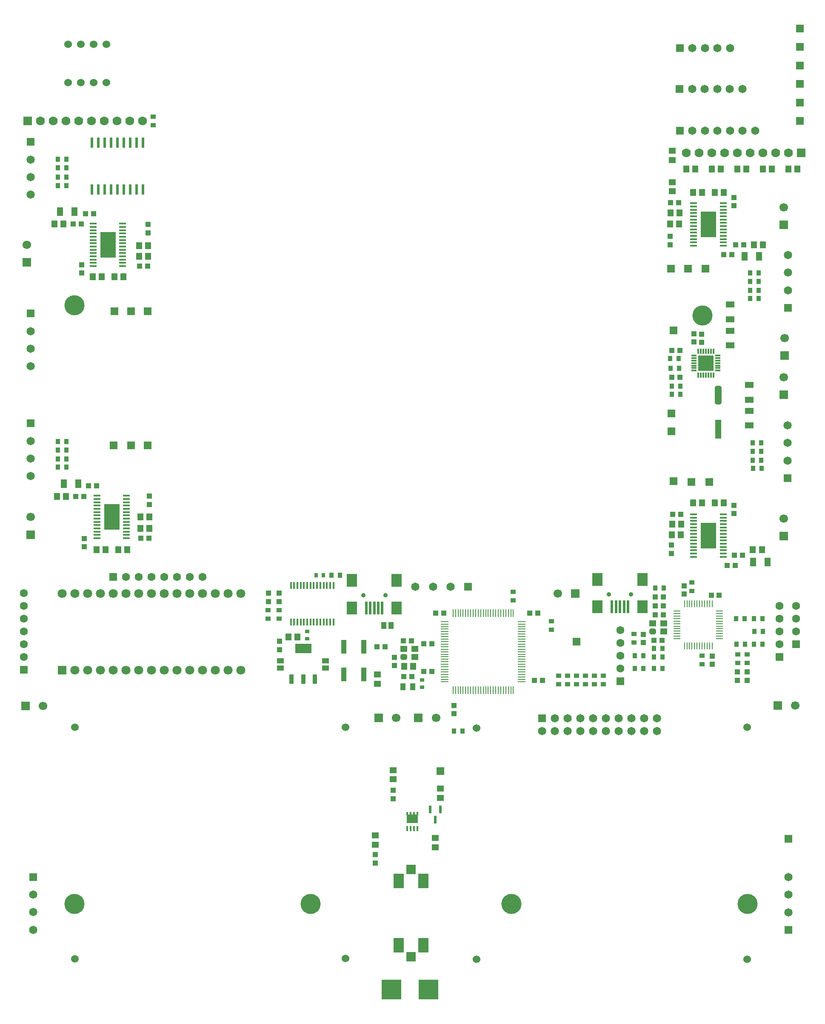
<source format=gbr>
%TF.GenerationSoftware,Altium Limited,Altium NEXUS,2.1.5 (53)*%
G04 Layer_Color=255*
%FSLAX44Y44*%
%MOMM*%
%TF.FileFunction,Pads,Top*%
%TF.Part,Single*%
G01*
G75*
%TA.AperFunction,SMDPad,CuDef*%
%ADD11R,1.2000X1.4000*%
%ADD12R,0.3480X1.3970*%
%ADD13R,0.9000X1.0000*%
%ADD14R,1.4000X1.2000*%
%ADD15R,1.0000X2.7500*%
%ADD16R,1.0000X1.0000*%
%ADD17R,1.5600X0.2800*%
%ADD18R,0.2800X1.5600*%
G04:AMPARAMS|DCode=19|XSize=1.4mm|YSize=1.15mm|CornerRadius=0mm|HoleSize=0mm|Usage=FLASHONLY|Rotation=180.000|XOffset=0mm|YOffset=0mm|HoleType=Round|Shape=Octagon|*
%AMOCTAGOND19*
4,1,8,-0.7000,0.2875,-0.7000,-0.2875,-0.4125,-0.5750,0.4125,-0.5750,0.7000,-0.2875,0.7000,0.2875,0.4125,0.5750,-0.4125,0.5750,-0.7000,0.2875,0.0*
%
%ADD19OCTAGOND19*%

%ADD20R,1.4000X1.1500*%
%ADD21R,1.0000X1.0000*%
%ADD22R,0.9000X0.8000*%
%ADD23R,1.0000X1.4000*%
%ADD24R,1.0000X0.9000*%
%ADD25R,2.0000X2.5000*%
%ADD26R,0.5000X2.5000*%
%ADD27R,1.1000X1.4000*%
%ADD28R,0.8000X0.9000*%
%ADD29R,1.0000X1.1000*%
%ADD30R,3.1496X3.1496*%
%ADD31R,1.0668X0.3048*%
%ADD32R,0.3048X1.0668*%
%ADD33R,1.8000X1.3000*%
G04:AMPARAMS|DCode=34|XSize=3.8mm|YSize=1.3mm|CornerRadius=0mm|HoleSize=0mm|Usage=FLASHONLY|Rotation=270.000|XOffset=0mm|YOffset=0mm|HoleType=Round|Shape=Octagon|*
%AMOCTAGOND34*
4,1,8,-0.3250,-1.9000,0.3250,-1.9000,0.6500,-1.5750,0.6500,1.5750,0.3250,1.9000,-0.3250,1.9000,-0.6500,1.5750,-0.6500,-1.5750,-0.3250,-1.9000,0.0*
%
%ADD34OCTAGOND34*%

%ADD35R,1.3000X3.8000*%
%ADD36R,0.6000X2.0600*%
%ADD37R,0.0770X0.2500*%
%ADD38R,2.2350X1.7250*%
%ADD39R,0.4050X0.5100*%
%ADD40R,0.4050X0.9900*%
%ADD41R,2.0000X2.9000*%
%ADD42R,1.9000X1.9000*%
%ADD43R,0.6100X1.6100*%
%ADD44R,0.9000X1.8600*%
%ADD45R,3.1900X1.8600*%
%ADD46R,1.4000X1.1000*%
%ADD47R,3.1000X5.1800*%
%ADD48R,1.4750X0.4500*%
%ADD49R,1.3000X1.8000*%
%ADD50R,1.4620X0.2394*%
%ADD51R,0.2394X1.4620*%
%TA.AperFunction,WasherPad*%
%ADD56C,4.0000*%
%TA.AperFunction,ComponentPad*%
%ADD57C,1.5240*%
%ADD58R,1.8000X1.8000*%
%ADD59C,1.8000*%
%ADD60R,1.6500X1.6500*%
%ADD61C,1.6500*%
%ADD62R,1.6000X1.6000*%
%ADD63R,1.6500X1.6500*%
%ADD64R,1.6000X1.6000*%
%ADD65R,1.7000X1.7000*%
%ADD66C,1.7000*%
%ADD67R,1.7000X1.7000*%
%ADD68C,0.9000*%
%ADD69C,1.6000*%
%ADD70R,1.7780X1.7780*%
%ADD71C,1.7780*%
%ADD72R,4.0000X4.0000*%
D11*
X1550560Y1691640D02*
D03*
X1568560D02*
D03*
X804020Y702310D02*
D03*
X786020D02*
D03*
X556150Y760730D02*
D03*
X574150D02*
D03*
X1517870Y1691640D02*
D03*
X1499870D02*
D03*
X1466960Y1691640D02*
D03*
X1448960D02*
D03*
X1416160D02*
D03*
X1398160D02*
D03*
X1365360D02*
D03*
X1347360D02*
D03*
X113250Y1040130D02*
D03*
X95250D02*
D03*
X90170Y1582420D02*
D03*
X108170D02*
D03*
X261510Y976630D02*
D03*
X279510D02*
D03*
X258970Y1517650D02*
D03*
X276970D02*
D03*
X217060Y934720D02*
D03*
X235060D02*
D03*
X209440Y1477010D02*
D03*
X227440D02*
D03*
X279400Y999490D02*
D03*
X261400D02*
D03*
X276970Y1539240D02*
D03*
X258970D02*
D03*
X173880Y934720D02*
D03*
X191880D02*
D03*
X166260Y1477010D02*
D03*
X184260D02*
D03*
X1498202Y934212D02*
D03*
X1480202D02*
D03*
X1481980Y1540510D02*
D03*
X1499980D02*
D03*
X1337420Y985520D02*
D03*
X1319420D02*
D03*
X1334118Y1604264D02*
D03*
X1316118D02*
D03*
X1379330Y1027430D02*
D03*
X1361330D02*
D03*
X1379330Y1644650D02*
D03*
X1361330D02*
D03*
X1318658Y963930D02*
D03*
X1336658D02*
D03*
X1315610Y1582420D02*
D03*
X1333610D02*
D03*
X1422510Y1027430D02*
D03*
X1404510D02*
D03*
X1422400Y1644650D02*
D03*
X1404400D02*
D03*
D12*
X561000Y863330D02*
D03*
X567500D02*
D03*
X574000D02*
D03*
X580500D02*
D03*
X587000D02*
D03*
X593500D02*
D03*
X600000D02*
D03*
X606500D02*
D03*
X613000D02*
D03*
X619500D02*
D03*
X626000D02*
D03*
X632500D02*
D03*
X639000D02*
D03*
X645500D02*
D03*
X561000Y790210D02*
D03*
X567500D02*
D03*
X574000D02*
D03*
X580500D02*
D03*
X587000D02*
D03*
X600000D02*
D03*
X593500D02*
D03*
X606500D02*
D03*
X613000D02*
D03*
X619500D02*
D03*
X626000D02*
D03*
X632500D02*
D03*
X639000D02*
D03*
X645500D02*
D03*
D13*
X1333364Y1295400D02*
D03*
X1316364D02*
D03*
X1332920Y1314450D02*
D03*
X1315920D02*
D03*
X641740Y883920D02*
D03*
X658740D02*
D03*
X885546Y573922D02*
D03*
X902546D02*
D03*
X1491860Y1450340D02*
D03*
X1474860D02*
D03*
X1491860Y1484630D02*
D03*
X1474860D02*
D03*
X1474860Y1433830D02*
D03*
X1491860D02*
D03*
X1474860Y1468120D02*
D03*
X1491860D02*
D03*
X1496940Y1112520D02*
D03*
X1479940D02*
D03*
X1496940Y1146810D02*
D03*
X1479940D02*
D03*
X1480330Y1096010D02*
D03*
X1497330D02*
D03*
X1479940Y1130300D02*
D03*
X1496940D02*
D03*
X96910Y1710690D02*
D03*
X113910D02*
D03*
X96910Y1675130D02*
D03*
X113910D02*
D03*
X113910Y1694180D02*
D03*
X96910D02*
D03*
X113910Y1658620D02*
D03*
X96910D02*
D03*
X96910Y1149350D02*
D03*
X113910D02*
D03*
X96910Y1115060D02*
D03*
X113910D02*
D03*
X113910Y1132840D02*
D03*
X96910D02*
D03*
X114300Y1098550D02*
D03*
X97300D02*
D03*
X1335650Y1259840D02*
D03*
X1318650D02*
D03*
X1318650Y1243330D02*
D03*
X1335650D02*
D03*
X1482480Y746760D02*
D03*
X1499480D02*
D03*
X1283090Y698500D02*
D03*
X1300090D02*
D03*
X1244990D02*
D03*
X1261990D02*
D03*
X1482870Y772160D02*
D03*
X1499870D02*
D03*
X1464310Y746760D02*
D03*
X1447310D02*
D03*
X1244990Y723900D02*
D03*
X1261990D02*
D03*
X1499480Y797560D02*
D03*
X1482480D02*
D03*
X1463920D02*
D03*
X1446920D02*
D03*
X1300090Y737870D02*
D03*
X1283090D02*
D03*
X1283090Y721360D02*
D03*
X1300090D02*
D03*
X1302630Y858520D02*
D03*
X1285630D02*
D03*
D14*
X732790Y667910D02*
D03*
Y685910D02*
D03*
X848360Y360790D02*
D03*
Y342790D02*
D03*
X728980Y347870D02*
D03*
Y365870D02*
D03*
X764540Y478172D02*
D03*
Y496172D02*
D03*
X858520Y441088D02*
D03*
Y459088D02*
D03*
X1319530Y1647080D02*
D03*
Y1665080D02*
D03*
Y1709310D02*
D03*
Y1727310D02*
D03*
D15*
X705800Y741240D02*
D03*
Y686240D02*
D03*
X665800D02*
D03*
Y741240D02*
D03*
D16*
X732410Y741680D02*
D03*
X748410D02*
D03*
X841120Y692150D02*
D03*
X825120D02*
D03*
X800734Y752856D02*
D03*
X784734D02*
D03*
X801750Y681990D02*
D03*
X785750D02*
D03*
X1036448Y808482D02*
D03*
X1052448D02*
D03*
X1045210Y674370D02*
D03*
X1061210D02*
D03*
X865250Y808482D02*
D03*
X849250D02*
D03*
X841374Y747268D02*
D03*
X825374D02*
D03*
X1335150Y1277620D02*
D03*
X1319150D02*
D03*
X1319150Y1330960D02*
D03*
X1335150D02*
D03*
X158370Y1061720D02*
D03*
X174370D02*
D03*
X152020Y1602740D02*
D03*
X168020D02*
D03*
X132970Y1040130D02*
D03*
X148970D02*
D03*
X143890Y1582420D02*
D03*
X127890D02*
D03*
X262510Y957580D02*
D03*
X278510D02*
D03*
X259970Y1498600D02*
D03*
X275970D02*
D03*
X1444750Y902970D02*
D03*
X1428750D02*
D03*
X1438020Y1521460D02*
D03*
X1422020D02*
D03*
X1459610Y923290D02*
D03*
X1443610D02*
D03*
X1462150Y1540510D02*
D03*
X1446150D02*
D03*
X1336420Y1004570D02*
D03*
X1320420D02*
D03*
X1332610Y1624330D02*
D03*
X1316610D02*
D03*
X1302130Y805180D02*
D03*
X1286130D02*
D03*
X1301750Y822960D02*
D03*
X1285750D02*
D03*
X1413382Y844042D02*
D03*
X1397382D02*
D03*
X1299210Y754380D02*
D03*
X1283210D02*
D03*
X1302130Y840740D02*
D03*
X1286130D02*
D03*
D17*
X866810Y791520D02*
D03*
Y786520D02*
D03*
Y781520D02*
D03*
Y776520D02*
D03*
Y771520D02*
D03*
Y766520D02*
D03*
Y761520D02*
D03*
Y756520D02*
D03*
Y751520D02*
D03*
Y746520D02*
D03*
Y741520D02*
D03*
Y736520D02*
D03*
Y731520D02*
D03*
Y726520D02*
D03*
Y721520D02*
D03*
Y716520D02*
D03*
Y711520D02*
D03*
Y706520D02*
D03*
Y701520D02*
D03*
Y696520D02*
D03*
Y691520D02*
D03*
Y686520D02*
D03*
Y681520D02*
D03*
Y676520D02*
D03*
Y671520D02*
D03*
X1020410D02*
D03*
Y676520D02*
D03*
Y681520D02*
D03*
Y686520D02*
D03*
Y691520D02*
D03*
Y696520D02*
D03*
Y701520D02*
D03*
Y706520D02*
D03*
Y711520D02*
D03*
Y716520D02*
D03*
Y721520D02*
D03*
Y726520D02*
D03*
Y731520D02*
D03*
Y736520D02*
D03*
Y741520D02*
D03*
Y746520D02*
D03*
Y751520D02*
D03*
Y756520D02*
D03*
Y761520D02*
D03*
Y766520D02*
D03*
Y771520D02*
D03*
Y776520D02*
D03*
Y781520D02*
D03*
Y786520D02*
D03*
Y791520D02*
D03*
D18*
X883610Y654720D02*
D03*
X888610D02*
D03*
X893610D02*
D03*
X898610D02*
D03*
X903610D02*
D03*
X908610D02*
D03*
X913610D02*
D03*
X918610D02*
D03*
X923610D02*
D03*
X928610D02*
D03*
X933610D02*
D03*
X938610D02*
D03*
X943610D02*
D03*
X948610D02*
D03*
X953610D02*
D03*
X958610D02*
D03*
X963610D02*
D03*
X968610D02*
D03*
X973610D02*
D03*
X978610D02*
D03*
X983610D02*
D03*
X988610D02*
D03*
X993610D02*
D03*
X998610D02*
D03*
X1003610D02*
D03*
Y808320D02*
D03*
X998610D02*
D03*
X993610D02*
D03*
X988610D02*
D03*
X983610D02*
D03*
X978610D02*
D03*
X973610D02*
D03*
X968610D02*
D03*
X963610D02*
D03*
X958610D02*
D03*
X953610D02*
D03*
X948610D02*
D03*
X943610D02*
D03*
X938610D02*
D03*
X933610D02*
D03*
X928610D02*
D03*
X923610D02*
D03*
X918610D02*
D03*
X913610D02*
D03*
X908610D02*
D03*
X903610D02*
D03*
X898610D02*
D03*
X893610D02*
D03*
X888610D02*
D03*
X883610D02*
D03*
D19*
X785290Y720980D02*
D03*
X1280590Y771780D02*
D03*
D20*
X807290Y736980D02*
D03*
X785290D02*
D03*
X807290Y720980D02*
D03*
X1302590Y787780D02*
D03*
X1280590D02*
D03*
X1302590Y771780D02*
D03*
D21*
X767080Y720470D02*
D03*
Y704470D02*
D03*
X885444Y624458D02*
D03*
Y608458D02*
D03*
X1378204Y1347090D02*
D03*
Y1363090D02*
D03*
X1363218Y1347852D02*
D03*
Y1363852D02*
D03*
X149860Y940690D02*
D03*
Y956690D02*
D03*
X144780Y1484630D02*
D03*
Y1500630D02*
D03*
X1442720Y1022730D02*
D03*
Y1006730D02*
D03*
Y1634870D02*
D03*
Y1618870D02*
D03*
X1262380Y766190D02*
D03*
Y750190D02*
D03*
X1343660Y846710D02*
D03*
Y862710D02*
D03*
X1399540Y723010D02*
D03*
Y707010D02*
D03*
D22*
X821690Y675020D02*
D03*
Y661020D02*
D03*
X593090Y757540D02*
D03*
Y771540D02*
D03*
D23*
X803750Y661670D02*
D03*
X783750D02*
D03*
D24*
X1093470Y667140D02*
D03*
Y684140D02*
D03*
X1111250Y667140D02*
D03*
Y684140D02*
D03*
X1079246Y775344D02*
D03*
Y792344D02*
D03*
X1129030Y667140D02*
D03*
Y684140D02*
D03*
X1146810Y667140D02*
D03*
Y684140D02*
D03*
X1182370Y684140D02*
D03*
Y667140D02*
D03*
X1164590Y684140D02*
D03*
Y667140D02*
D03*
X1003554Y850764D02*
D03*
Y833764D02*
D03*
X537718Y814442D02*
D03*
Y797442D02*
D03*
X515874Y814188D02*
D03*
Y797188D02*
D03*
X286512Y1778390D02*
D03*
Y1795390D02*
D03*
X1243330Y749690D02*
D03*
Y766690D02*
D03*
X1379220Y706510D02*
D03*
Y723510D02*
D03*
X1358646Y869306D02*
D03*
Y852306D02*
D03*
X1449832Y709050D02*
D03*
Y726050D02*
D03*
X1468882Y708796D02*
D03*
Y725796D02*
D03*
D25*
X682192Y873234D02*
D03*
X771392D02*
D03*
X682192Y818434D02*
D03*
X771392D02*
D03*
X1171200Y875520D02*
D03*
X1260400D02*
D03*
X1171200Y820720D02*
D03*
X1260400D02*
D03*
D26*
X710792Y818434D02*
D03*
X718792D02*
D03*
X726792D02*
D03*
X734792D02*
D03*
X742792D02*
D03*
X1199800Y820720D02*
D03*
X1207800D02*
D03*
X1215800D02*
D03*
X1223800D02*
D03*
X1231800D02*
D03*
D27*
X760610Y783590D02*
D03*
X745610D02*
D03*
D28*
X611490Y883920D02*
D03*
X625490D02*
D03*
D29*
X537464Y848106D02*
D03*
Y831106D02*
D03*
X516128Y848106D02*
D03*
Y831106D02*
D03*
X728980Y311540D02*
D03*
Y328540D02*
D03*
X764540Y439302D02*
D03*
Y456302D02*
D03*
X538480Y735720D02*
D03*
Y752720D02*
D03*
X279400Y1041010D02*
D03*
Y1024010D02*
D03*
X276860Y1581150D02*
D03*
Y1564150D02*
D03*
X1318006Y926728D02*
D03*
Y943728D02*
D03*
X1315720Y1540900D02*
D03*
Y1557900D02*
D03*
X1449578Y691506D02*
D03*
Y674506D02*
D03*
X1469136D02*
D03*
Y691506D02*
D03*
D30*
X1386840Y1305560D02*
D03*
D31*
X1410462Y1320546D02*
D03*
Y1315466D02*
D03*
Y1310640D02*
D03*
Y1305560D02*
D03*
Y1300480D02*
D03*
Y1295654D02*
D03*
Y1290574D02*
D03*
X1363218D02*
D03*
Y1295654D02*
D03*
Y1300480D02*
D03*
Y1305560D02*
D03*
Y1310640D02*
D03*
Y1315466D02*
D03*
Y1320546D02*
D03*
D32*
X1401826Y1281938D02*
D03*
X1396746D02*
D03*
X1391920D02*
D03*
X1386840D02*
D03*
X1381760D02*
D03*
X1376934D02*
D03*
X1371854D02*
D03*
Y1329182D02*
D03*
X1376934D02*
D03*
X1381760D02*
D03*
X1386840D02*
D03*
X1391920D02*
D03*
X1396746D02*
D03*
X1401826D02*
D03*
D33*
X1473200Y1261640D02*
D03*
Y1232640D02*
D03*
X1473200Y1210310D02*
D03*
Y1181310D02*
D03*
X1435100Y1340590D02*
D03*
Y1369590D02*
D03*
Y1392660D02*
D03*
Y1421660D02*
D03*
D34*
X1410970Y1242060D02*
D03*
D35*
Y1174060D02*
D03*
D36*
X165100Y1743710D02*
D03*
X177800D02*
D03*
X190500D02*
D03*
X203200D02*
D03*
X215900D02*
D03*
X228600D02*
D03*
X241300D02*
D03*
X254000D02*
D03*
X266700D02*
D03*
Y1650910D02*
D03*
X254000D02*
D03*
X241300D02*
D03*
X228600D02*
D03*
X215900D02*
D03*
X203200D02*
D03*
X190500D02*
D03*
X177800D02*
D03*
X165100D02*
D03*
D37*
X791080Y406720D02*
D03*
X814200D02*
D03*
D38*
X802620Y399350D02*
D03*
D39*
X792720Y410520D02*
D03*
X799320D02*
D03*
X805920D02*
D03*
X812520D02*
D03*
D40*
Y379420D02*
D03*
X805920D02*
D03*
X799320D02*
D03*
X792720D02*
D03*
D41*
X824230Y275590D02*
D03*
X775230D02*
D03*
X824230Y147990D02*
D03*
X775230D02*
D03*
D42*
X799730Y298490D02*
D03*
Y125090D02*
D03*
D43*
X858610Y417620D02*
D03*
X838110D02*
D03*
X848360Y397720D02*
D03*
D44*
X562470Y676640D02*
D03*
X585470D02*
D03*
X608470D02*
D03*
D45*
X585470Y738140D02*
D03*
D46*
X539750Y698620D02*
D03*
Y713620D02*
D03*
X629920Y713620D02*
D03*
Y698620D02*
D03*
D47*
X204470Y999490D02*
D03*
X196850Y1540510D02*
D03*
X1391750Y962470D02*
D03*
X1391920Y1581150D02*
D03*
D48*
X233850Y1041740D02*
D03*
Y1035240D02*
D03*
Y1028740D02*
D03*
Y1022240D02*
D03*
Y1015740D02*
D03*
Y1009240D02*
D03*
Y1002740D02*
D03*
Y996240D02*
D03*
Y989740D02*
D03*
Y983240D02*
D03*
Y976740D02*
D03*
Y970240D02*
D03*
Y963740D02*
D03*
Y957240D02*
D03*
X175090D02*
D03*
Y963740D02*
D03*
Y970240D02*
D03*
Y976740D02*
D03*
Y983240D02*
D03*
Y989740D02*
D03*
Y996240D02*
D03*
Y1002740D02*
D03*
Y1009240D02*
D03*
Y1015740D02*
D03*
Y1022240D02*
D03*
Y1028740D02*
D03*
Y1035240D02*
D03*
Y1041740D02*
D03*
X226230Y1582760D02*
D03*
Y1576260D02*
D03*
Y1569760D02*
D03*
Y1563260D02*
D03*
Y1556760D02*
D03*
Y1550260D02*
D03*
Y1543760D02*
D03*
Y1537260D02*
D03*
Y1530760D02*
D03*
Y1524260D02*
D03*
Y1517760D02*
D03*
Y1511260D02*
D03*
Y1504760D02*
D03*
Y1498260D02*
D03*
X167470D02*
D03*
Y1504760D02*
D03*
Y1511260D02*
D03*
Y1517760D02*
D03*
Y1524260D02*
D03*
Y1530760D02*
D03*
Y1537260D02*
D03*
Y1543760D02*
D03*
Y1550260D02*
D03*
Y1556760D02*
D03*
Y1563260D02*
D03*
Y1569760D02*
D03*
Y1576260D02*
D03*
Y1582760D02*
D03*
X1362370Y920220D02*
D03*
Y926720D02*
D03*
Y933220D02*
D03*
Y939720D02*
D03*
Y946220D02*
D03*
Y952720D02*
D03*
Y959220D02*
D03*
Y965720D02*
D03*
Y972220D02*
D03*
Y978720D02*
D03*
Y985220D02*
D03*
Y991720D02*
D03*
Y998220D02*
D03*
Y1004720D02*
D03*
X1421130D02*
D03*
Y998220D02*
D03*
Y991720D02*
D03*
Y985220D02*
D03*
Y978720D02*
D03*
Y972220D02*
D03*
Y965720D02*
D03*
Y959220D02*
D03*
Y952720D02*
D03*
Y946220D02*
D03*
Y939720D02*
D03*
Y933220D02*
D03*
Y926720D02*
D03*
Y920220D02*
D03*
X1362540Y1538900D02*
D03*
Y1545400D02*
D03*
Y1551900D02*
D03*
Y1558400D02*
D03*
Y1564900D02*
D03*
Y1571400D02*
D03*
Y1577900D02*
D03*
Y1584400D02*
D03*
Y1590900D02*
D03*
Y1597400D02*
D03*
Y1603900D02*
D03*
Y1610400D02*
D03*
Y1616900D02*
D03*
Y1623400D02*
D03*
X1421300D02*
D03*
Y1616900D02*
D03*
Y1610400D02*
D03*
Y1603900D02*
D03*
Y1597400D02*
D03*
Y1590900D02*
D03*
Y1584400D02*
D03*
Y1577900D02*
D03*
Y1571400D02*
D03*
Y1564900D02*
D03*
Y1558400D02*
D03*
Y1551900D02*
D03*
Y1545400D02*
D03*
Y1538900D02*
D03*
D49*
X108690Y1065530D02*
D03*
X137690D02*
D03*
X101070Y1606550D02*
D03*
X130070D02*
D03*
X1480290Y910082D02*
D03*
X1509290D02*
D03*
X1492780Y1517650D02*
D03*
X1463780D02*
D03*
D50*
X1329436Y812360D02*
D03*
Y807360D02*
D03*
Y802360D02*
D03*
Y797360D02*
D03*
Y792360D02*
D03*
Y787360D02*
D03*
Y782360D02*
D03*
Y777360D02*
D03*
Y772360D02*
D03*
Y767360D02*
D03*
Y762360D02*
D03*
Y757360D02*
D03*
X1413764D02*
D03*
Y762360D02*
D03*
Y767360D02*
D03*
Y772360D02*
D03*
Y777360D02*
D03*
Y782360D02*
D03*
Y787360D02*
D03*
Y792360D02*
D03*
Y797360D02*
D03*
Y802360D02*
D03*
Y807360D02*
D03*
Y812360D02*
D03*
D51*
X1344100Y742696D02*
D03*
X1349100D02*
D03*
X1354100D02*
D03*
X1359100D02*
D03*
X1364100D02*
D03*
X1369100D02*
D03*
X1374100D02*
D03*
X1379100D02*
D03*
X1384100D02*
D03*
X1389100D02*
D03*
X1394100D02*
D03*
X1399100D02*
D03*
Y827024D02*
D03*
X1394100D02*
D03*
X1389100D02*
D03*
X1384100D02*
D03*
X1379100D02*
D03*
X1374100D02*
D03*
X1369100D02*
D03*
X1364100D02*
D03*
X1359100D02*
D03*
X1354100D02*
D03*
X1349100D02*
D03*
X1344100D02*
D03*
D56*
X1380000Y1400000D02*
D03*
X130000Y1420000D02*
D03*
X1000000Y230000D02*
D03*
X600000D02*
D03*
X130000D02*
D03*
X1470000D02*
D03*
D57*
X669290Y581406D02*
D03*
Y121666D02*
D03*
X130810Y581406D02*
D03*
Y120396D02*
D03*
X117602Y1863090D02*
D03*
X143002D02*
D03*
X168402D02*
D03*
X193802D02*
D03*
X117602Y1939290D02*
D03*
X143002D02*
D03*
X168402D02*
D03*
X193802D02*
D03*
X1469240Y581140D02*
D03*
Y120130D02*
D03*
X930760Y579870D02*
D03*
Y120130D02*
D03*
D58*
X105410Y694690D02*
D03*
D59*
X130810D02*
D03*
X156210D02*
D03*
X181610D02*
D03*
X207010D02*
D03*
X232410D02*
D03*
X257810D02*
D03*
X283210D02*
D03*
X308610D02*
D03*
X334010D02*
D03*
X359410D02*
D03*
X384810D02*
D03*
X410210D02*
D03*
X435610D02*
D03*
X461010D02*
D03*
Y847090D02*
D03*
X435610D02*
D03*
X410210D02*
D03*
X384810D02*
D03*
X359410D02*
D03*
X334010D02*
D03*
X308610D02*
D03*
X283210D02*
D03*
X257810D02*
D03*
X232410D02*
D03*
X207010D02*
D03*
X181610D02*
D03*
X156210D02*
D03*
X130810D02*
D03*
X105410D02*
D03*
D60*
X913814Y860552D02*
D03*
X1334700Y1931670D02*
D03*
X1334300Y1850390D02*
D03*
X1334700Y1767840D02*
D03*
D61*
X878814Y860552D02*
D03*
X843814D02*
D03*
X808814D02*
D03*
X1060450Y574040D02*
D03*
X1085850Y599440D02*
D03*
Y574040D02*
D03*
X1111250Y599440D02*
D03*
Y574040D02*
D03*
X1136650Y599440D02*
D03*
Y574040D02*
D03*
X1162050Y599440D02*
D03*
Y574040D02*
D03*
X1187450Y599440D02*
D03*
Y574040D02*
D03*
X1212850Y599440D02*
D03*
Y574040D02*
D03*
X1238250Y599440D02*
D03*
Y574040D02*
D03*
X1263650Y599440D02*
D03*
Y574040D02*
D03*
X1289050Y599440D02*
D03*
Y574040D02*
D03*
X1550670Y283360D02*
D03*
Y248360D02*
D03*
Y213360D02*
D03*
X48260Y178640D02*
D03*
Y213640D02*
D03*
Y248640D02*
D03*
X43180Y1299060D02*
D03*
Y1334060D02*
D03*
Y1369060D02*
D03*
X1550000Y1520340D02*
D03*
Y1485340D02*
D03*
Y1450340D02*
D03*
X1549400Y1181530D02*
D03*
Y1146530D02*
D03*
Y1111530D02*
D03*
X43180Y1640130D02*
D03*
Y1675130D02*
D03*
Y1710130D02*
D03*
Y1080620D02*
D03*
Y1115620D02*
D03*
Y1150620D02*
D03*
X1434700Y1931670D02*
D03*
X1409700D02*
D03*
X1384700D02*
D03*
X1359700D02*
D03*
X1359300Y1850390D02*
D03*
X1384300D02*
D03*
X1409300D02*
D03*
X1434300D02*
D03*
X1459300D02*
D03*
X1359700Y1767840D02*
D03*
X1384700D02*
D03*
X1409700D02*
D03*
X1434700D02*
D03*
X1459700D02*
D03*
X1484700D02*
D03*
D62*
X1129030Y751332D02*
D03*
X1393190Y1069340D02*
D03*
X1357630D02*
D03*
X1322070Y1070610D02*
D03*
X1385570Y1493520D02*
D03*
X1351280D02*
D03*
X1316990D02*
D03*
X1573530Y1860550D02*
D03*
Y1786890D02*
D03*
Y1823720D02*
D03*
Y1897380D02*
D03*
Y1934210D02*
D03*
Y1971040D02*
D03*
X209550Y1408430D02*
D03*
X242570D02*
D03*
X275590D02*
D03*
X208280Y1141730D02*
D03*
X242570D02*
D03*
X858774Y493776D02*
D03*
X275590Y1141730D02*
D03*
X1550670Y359664D02*
D03*
X207010Y880110D02*
D03*
D63*
X1060450Y599440D02*
D03*
X1550670Y178360D02*
D03*
X48260Y283640D02*
D03*
X43180Y1404060D02*
D03*
X1550000Y1415340D02*
D03*
X1549400Y1076530D02*
D03*
X43180Y1745130D02*
D03*
Y1185620D02*
D03*
D64*
X1318260Y1205230D02*
D03*
Y1169670D02*
D03*
X1322070Y1370330D02*
D03*
X29210Y695960D02*
D03*
X1216660Y673100D02*
D03*
X1532890Y721360D02*
D03*
X1566418Y746760D02*
D03*
D65*
X1127200Y847090D02*
D03*
X1529640Y624840D02*
D03*
X814578Y599694D02*
D03*
X33020Y623824D02*
D03*
X735382Y599694D02*
D03*
D66*
X1092200Y847090D02*
D03*
X1543050Y1355090D02*
D03*
X1541780Y996390D02*
D03*
X1564640Y624840D02*
D03*
X849578Y599694D02*
D03*
X68020Y623824D02*
D03*
X770382Y599694D02*
D03*
X1541780Y1277620D02*
D03*
X35814Y1541018D02*
D03*
X1541272Y1615440D02*
D03*
X43434Y999236D02*
D03*
D67*
X1543050Y1320090D02*
D03*
X1541780Y961390D02*
D03*
Y1242620D02*
D03*
X35814Y1506018D02*
D03*
X1541272Y1580440D02*
D03*
X43434Y964236D02*
D03*
D68*
X704792Y843534D02*
D03*
X748792D02*
D03*
X1193800Y845820D02*
D03*
X1237800D02*
D03*
D69*
X384810Y880110D02*
D03*
X359410D02*
D03*
X334010D02*
D03*
X308610D02*
D03*
X283210D02*
D03*
X257810D02*
D03*
X232410D02*
D03*
X29210Y848360D02*
D03*
Y822960D02*
D03*
Y797560D02*
D03*
Y772160D02*
D03*
Y721360D02*
D03*
Y746760D02*
D03*
X1216660Y698500D02*
D03*
Y723900D02*
D03*
Y749300D02*
D03*
Y774700D02*
D03*
X1532890Y746760D02*
D03*
Y772160D02*
D03*
Y797560D02*
D03*
Y822960D02*
D03*
X1566418D02*
D03*
Y797560D02*
D03*
Y772160D02*
D03*
D70*
X36830Y1786890D02*
D03*
X1576070Y1723390D02*
D03*
D71*
X62230Y1786890D02*
D03*
X87630D02*
D03*
X113030D02*
D03*
X138430D02*
D03*
X163830D02*
D03*
X189230D02*
D03*
X214630D02*
D03*
X240030D02*
D03*
X265430D02*
D03*
X1550670Y1723390D02*
D03*
X1525270D02*
D03*
X1499870D02*
D03*
X1474470D02*
D03*
X1449070D02*
D03*
X1423670D02*
D03*
X1398270D02*
D03*
X1372870D02*
D03*
X1347470D02*
D03*
D72*
X834390Y59690D02*
D03*
X760730D02*
D03*
%TF.MD5,aef4e09e47f2776c451ec5438ebf1818*%
M02*

</source>
